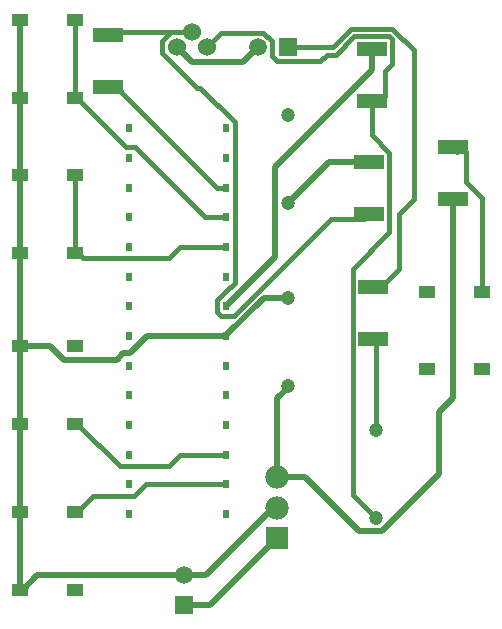
<source format=gtl>
G04*
G04 #@! TF.GenerationSoftware,Altium Limited,Altium Designer,20.2.5 (213)*
G04*
G04 Layer_Physical_Order=1*
G04 Layer_Color=255*
%FSLAX25Y25*%
%MOIN*%
G70*
G04*
G04 #@! TF.SameCoordinates,7ED66F81-9B57-4200-B134-EA852FC3A939*
G04*
G04*
G04 #@! TF.FilePolarity,Positive*
G04*
G01*
G75*
%ADD16R,0.10236X0.04724*%
%ADD27C,0.02000*%
%ADD28C,0.01500*%
%ADD29R,0.05512X0.03937*%
%ADD30C,0.04724*%
%ADD31C,0.06008*%
%ADD32R,0.01850X0.02520*%
%ADD33R,0.05906X0.05906*%
%ADD34C,0.05906*%
%ADD35C,0.07795*%
%ADD36R,0.07795X0.07795*%
%ADD37R,0.05906X0.05906*%
D16*
X666263Y403839D02*
D03*
Y421161D02*
D03*
X639763Y357339D02*
D03*
Y374661D02*
D03*
X638263Y398839D02*
D03*
Y416161D02*
D03*
X639263Y436677D02*
D03*
Y454000D02*
D03*
X551263Y441339D02*
D03*
Y458661D02*
D03*
D27*
X661763Y312331D02*
Y333000D01*
Y312331D02*
X642570Y293138D01*
X634921D02*
X616980Y311079D01*
X607763D01*
X642570Y293138D02*
X634921D01*
X666263Y337500D02*
X661763Y333000D01*
X666263Y337500D02*
Y403839D01*
X639263Y446986D02*
Y454000D01*
Y446986D02*
X606901Y414624D01*
Y384441D02*
Y414624D01*
X601721Y454957D02*
Y455309D01*
Y454957D02*
X596259Y449496D01*
X579267D01*
X574263Y454500D01*
X624952Y416161D02*
X611263Y402472D01*
Y402028D02*
Y402472D01*
X606901Y384441D02*
X590763Y368303D01*
X638263Y416161D02*
X624952D01*
X590763Y368118D02*
Y368303D01*
X522129Y273587D02*
Y329000D01*
X603370Y371028D02*
X590763Y358421D01*
X522129Y386000D02*
Y437587D01*
X590763Y358236D02*
X564396D01*
X611263Y371028D02*
X603370D01*
X590763Y358236D02*
Y358421D01*
X576763Y278500D02*
X527830D01*
X606472Y301039D02*
X583932Y278500D01*
X556391Y352417D02*
X554332Y350358D01*
X536606D02*
X532137Y354827D01*
X554332Y350358D02*
X536606D01*
X607763Y311079D02*
Y337417D01*
X611263Y340917D02*
X607763Y337417D01*
X611263Y340917D02*
Y341500D01*
X583932Y278500D02*
X576763D01*
X607763Y301039D02*
X606472D01*
X585263Y268500D02*
X576763D01*
X607763Y291000D02*
X585263Y268500D01*
X564396Y358236D02*
X558577Y352417D01*
X556391D01*
X532137Y354827D02*
X522129D01*
Y437587D02*
Y463413D01*
Y354827D02*
Y386000D01*
Y329000D02*
Y354827D01*
X527830Y278500D02*
X522917Y273587D01*
X522129D01*
D28*
X632895Y305368D02*
Y380632D01*
X640763Y297500D02*
X632895Y305368D01*
X645131Y392868D02*
X632895Y380632D01*
X669019Y421161D02*
X666263D01*
X670631Y419549D02*
X669019Y421161D01*
X670631Y409426D02*
Y419549D01*
X675897Y404160D02*
X670631Y409426D01*
X675897Y372913D02*
Y404160D01*
X667875Y419549D02*
X666263Y421161D01*
X642519Y374661D02*
X639763D01*
X645131Y392868D02*
Y419248D01*
X648263Y380405D02*
X642519Y374661D01*
X648263Y380405D02*
Y398883D01*
X639263Y425117D02*
Y436677D01*
X653263Y403883D02*
X648263Y398883D01*
X645131Y419248D02*
X639263Y425117D01*
X653263Y403883D02*
Y453491D01*
X646131Y457087D02*
X645106Y458112D01*
X624391Y452000D02*
X622189Y449797D01*
X653263Y453491D02*
X646142Y460612D01*
X646131Y448938D02*
Y457087D01*
X626273Y454500D02*
X611263D01*
X632385Y460612D02*
X626273Y454500D01*
X633420Y458112D02*
X627308Y452000D01*
X645106Y458112D02*
X633420D01*
X646142Y460612D02*
X632385D01*
X627308Y452000D02*
X624391D01*
X643631Y438289D02*
Y446438D01*
X646131Y448938D02*
X643631Y446438D01*
Y438289D02*
X642019Y436677D01*
X605966Y451417D02*
Y456448D01*
X607586Y449797D02*
X605966Y451417D01*
X622189Y449797D02*
X607586D01*
X605966Y456448D02*
X603211Y459203D01*
X640763Y356339D02*
X639763Y357339D01*
X640763Y327028D02*
Y356339D01*
X638263Y398839D02*
X636651Y397226D01*
X589103Y364805D02*
X587785Y366123D01*
X593742Y376005D02*
X590796Y373059D01*
X581073Y440968D02*
X569509Y452531D01*
X636651Y397226D02*
X625679D01*
X587785Y366123D02*
Y370113D01*
X593742Y376005D02*
Y429404D01*
X569509Y452531D02*
Y456469D01*
X625679Y397226D02*
X593258Y364805D01*
X590731Y373059D02*
X587785Y370113D01*
X593742Y429404D02*
X582178Y440968D01*
X572540Y459500D02*
X569509Y456469D01*
X593258Y364805D02*
X589103D01*
X590796Y373059D02*
X590731D01*
X582178Y440968D02*
X581073D01*
X579263Y459500D02*
X572540D01*
X603211Y459203D02*
X588966D01*
X642019Y436677D02*
X639263D01*
X588966Y459203D02*
X584263Y454500D01*
X587588Y407646D02*
X555631Y439602D01*
Y439726D02*
X554019Y441339D01*
X590763Y407646D02*
X587588D01*
X555631Y439602D02*
Y439726D01*
X540397Y437587D02*
Y463413D01*
X572540Y459500D02*
X552102D01*
X551263Y458661D01*
X554019Y441339D02*
X551263D01*
X590763Y387882D02*
X575448D01*
X571635Y384069D01*
X590763Y397764D02*
X583806D01*
X560229Y421341D01*
X557431D01*
X541185Y437587D01*
X571635Y384069D02*
X543116D01*
X541185Y386000D01*
X590763Y318709D02*
X575448D01*
X571635Y314896D01*
X555289D01*
X541185Y329000D01*
X540397D01*
X590763Y308827D02*
X564042D01*
X559945Y304729D01*
X546500D01*
X541185Y299413D01*
X540397D01*
Y386000D02*
Y411827D01*
X541185Y386000D02*
X540397D01*
X541185Y437587D02*
X540397D01*
D29*
X657629Y347087D02*
D03*
X675897D02*
D03*
Y372913D02*
D03*
X657629D02*
D03*
X522129Y437587D02*
D03*
X540397D02*
D03*
Y463413D02*
D03*
X522129D02*
D03*
Y386000D02*
D03*
X540397D02*
D03*
Y411827D02*
D03*
X522129D02*
D03*
Y329000D02*
D03*
X540397D02*
D03*
Y354827D02*
D03*
X522129D02*
D03*
Y273587D02*
D03*
X540397D02*
D03*
Y299413D02*
D03*
X522129D02*
D03*
D30*
X611263Y432000D02*
D03*
Y402472D02*
D03*
X640763Y327028D02*
D03*
Y297500D02*
D03*
X611263Y371028D02*
D03*
Y341500D02*
D03*
D31*
X584263Y454500D02*
D03*
X579263Y459500D02*
D03*
X574263Y454500D02*
D03*
D32*
X590763Y378000D02*
D03*
Y397764D02*
D03*
Y368118D02*
D03*
Y358236D02*
D03*
Y338472D02*
D03*
Y348354D02*
D03*
Y387882D02*
D03*
Y407646D02*
D03*
Y417528D02*
D03*
Y427410D02*
D03*
Y328591D02*
D03*
Y318709D02*
D03*
Y308827D02*
D03*
Y298945D02*
D03*
X558362Y387882D02*
D03*
Y378000D02*
D03*
Y368118D02*
D03*
Y358236D02*
D03*
Y348354D02*
D03*
Y338472D02*
D03*
Y397764D02*
D03*
Y407646D02*
D03*
Y417528D02*
D03*
Y427410D02*
D03*
Y328591D02*
D03*
Y318709D02*
D03*
Y308827D02*
D03*
Y298945D02*
D03*
D33*
X576763Y268500D02*
D03*
D34*
Y278500D02*
D03*
X601263Y454500D02*
D03*
D35*
X607763Y311079D02*
D03*
Y301039D02*
D03*
D36*
Y291000D02*
D03*
D37*
X611263Y454500D02*
D03*
M02*

</source>
